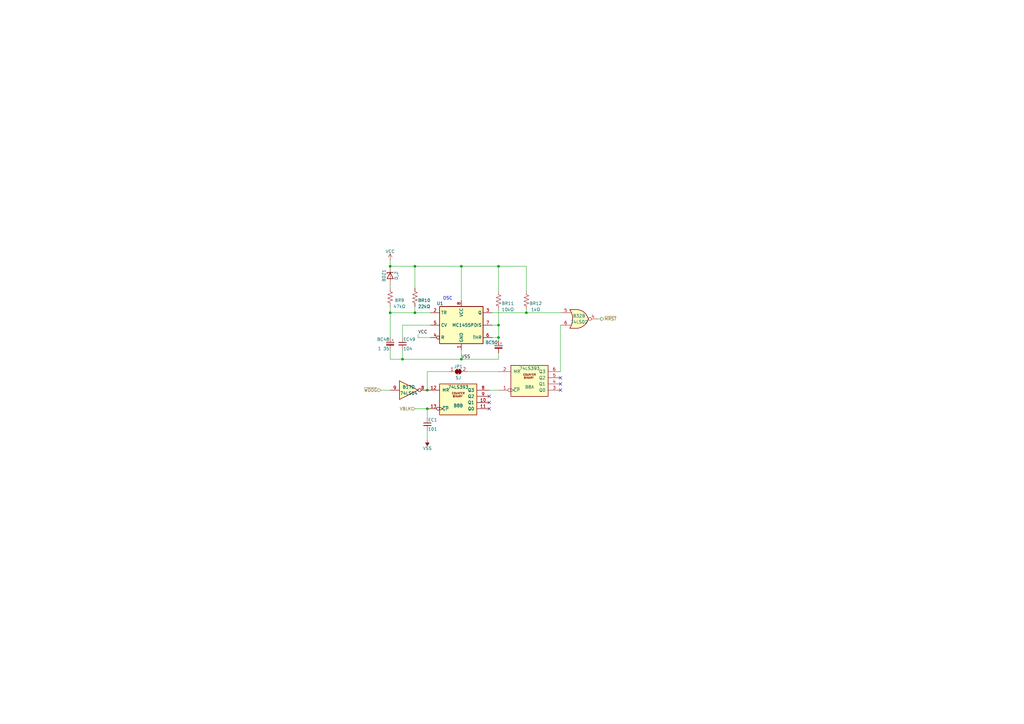
<source format=kicad_sch>
(kicad_sch (version 20231120) (generator "eeschema") (generator_version "8.0")
  (paper "A3")
  (title_block (date "2024-11-16") (company "JOTEGO") (comment 1 "www.patreon.com/jotego") (comment 2 "José Tejada"))
  (lib_symbols
    (symbol "Device:C_Polarized_Small" (pin_numbers hide) (pin_names (offset 0.254) hide)
      (property "Reference" "C" (at 0.254 1.778 0))
      (property "Value" "C_Polarized_Small" (at 0.254 -2.032 0))
      (symbol "C_Polarized_Small_0_1"
        (rectangle (start -1.524 -0.3048) (end 1.524 -0.6858) (fill (type outline)))
        (rectangle (start -1.524 0.6858) (end 1.524 0.3048))
        (polyline (pts (xy -1.27 1.524) (xy -0.762 1.524)))
        (polyline (pts (xy -1.016 1.27) (xy -1.016 1.778)))
      )
      (symbol "C_Polarized_Small_1_1"
        (pin passive line (at 0 2.54 270) (length 1.8542) (name "~") (number "1"))
        (pin passive line (at 0 -2.54 90) (length 1.8542) (name "~") (number "2"))
      )
    )
    (symbol "Device:C_Small" (pin_numbers hide) (pin_names (offset 0.254) hide)
      (property "Reference" "C" (at 0.254 1.778 0))
      (property "Value" "C_Small" (at 0.254 -2.032 0))
      (symbol "C_Small_0_1"
        (polyline (pts (xy -1.524 -0.508) (xy 1.524 -0.508)) (stroke (width 0.3302)))
        (polyline (pts (xy -1.524 0.508) (xy 1.524 0.508)) (stroke (width 0.3048)))
      )
      (symbol "C_Small_1_1"
        (pin passive line (at 0 2.54 270) (length 2.032) (name "~") (number "1"))
        (pin passive line (at 0 -2.54 90) (length 2.032) (name "~") (number "2"))
      )
    )
    (symbol "Device:D_Zener" (pin_numbers hide) (pin_names (offset 1.016) hide)
      (property "Reference" "D" (at 0 2.54 0))
      (property "Value" "D_Zener" (at 0 -2.54 0))
      (symbol "D_Zener_0_1"
        (polyline (pts (xy 1.27 0) (xy -1.27 0)))
        (polyline (pts (xy -1.27 -1.27) (xy -1.27 1.27) (xy -0.762 1.27)) (stroke (width 0.254)))
        (polyline (pts (xy 1.27 -1.27) (xy 1.27 1.27) (xy -1.27 0) (xy 1.27 -1.27)) (stroke (width 0.254)))
      )
      (symbol "D_Zener_1_1"
        (pin passive line (at -3.81 0 0) (length 2.54) (name "K") (number "1"))
        (pin passive line (at 3.81 0 180) (length 2.54) (name "A") (number "2"))
      )
    )
    (symbol "Device:R_US" (pin_numbers hide) (pin_names (offset 0))
      (property "Reference" "R" (at 2.54 0 90))
      (property "Value" "R_US" (at -2.54 0 90))
      (symbol "R_US_0_1"
        (polyline (pts (xy 0 -2.286) (xy 0 -2.54)))
        (polyline (pts (xy 0 2.286) (xy 0 2.54)))
        (polyline (pts (xy 0 -0.762) (xy 1.016 -1.143) (xy 0 -1.524) (xy -1.016 -1.905) (xy 0 -2.286)))
        (polyline (pts (xy 0 0.762) (xy 1.016 0.381) (xy 0 0) (xy -1.016 -0.381) (xy 0 -0.762)))
        (polyline (pts (xy 0 2.286) (xy 1.016 1.905) (xy 0 1.524) (xy -1.016 1.143) (xy 0 0.762)))
      )
      (symbol "R_US_1_1"
        (pin passive line (at 0 3.81 270) (length 1.27) (name "~") (number "1"))
        (pin passive line (at 0 -3.81 90) (length 1.27) (name "~") (number "2"))
      )
    )
    (symbol "Jumper:SolderJumper_2_Bridged" (pin_names (offset 0) hide)
      (property "Reference" "JP" (at 0 2.032 0))
      (property "Value" "SolderJumper_2_Bridged" (at 0 -2.54 0))
      (symbol "SolderJumper_2_Bridged_0_1"
        (rectangle (start -0.508 0.508) (end 0.508 -0.508) (fill (type outline)))
        (arc (start -0.254 1.016) (mid -1.2656 0) (end -0.254 -1.016))
        (arc (start -0.254 1.016) (mid -1.2656 0) (end -0.254 -1.016) (fill (type outline)))
        (polyline (pts (xy -0.254 1.016) (xy -0.254 -1.016)))
        (polyline (pts (xy 0.254 1.016) (xy 0.254 -1.016)))
        (arc (start 0.254 -1.016) (mid 1.2656 0) (end 0.254 1.016))
        (arc (start 0.254 -1.016) (mid 1.2656 0) (end 0.254 1.016) (fill (type outline)))
      )
      (symbol "SolderJumper_2_Bridged_1_1"
        (pin passive line (at -3.81 0 0) (length 2.54) (name "A") (number "1"))
        (pin passive line (at 3.81 0 180) (length 2.54) (name "B") (number "2"))
      )
    )
    (symbol "Timer:MC1455P"
      (property "Reference" "U" (at -10.16 8.89 0))
      (property "Value" "MC1455P" (at 2.54 8.89 0))
      (symbol "MC1455P_0_0"
        (pin power_in line (at 0 -10.16 90) (length 2.54) (name "GND") (number "1"))
        (pin power_in line (at 0 10.16 270) (length 2.54) (name "VCC") (number "8"))
      )
      (symbol "MC1455P_0_1"
        (rectangle (start -8.89 -7.62) (end 8.89 7.62) (stroke (width 0.254)) (fill (type background)))
        (rectangle (start -8.89 -7.62) (end 8.89 7.62) (stroke (width 0.254)) (fill (type background)))
      )
      (symbol "MC1455P_1_1"
        (pin input line (at -12.7 5.08 0) (length 3.81) (name "TR") (number "2"))
        (pin output line (at 12.7 5.08 180) (length 3.81) (name "Q") (number "3"))
        (pin input inverted (at -12.7 -5.08 0) (length 3.81) (name "R") (number "4"))
        (pin input line (at -12.7 0 0) (length 3.81) (name "CV") (number "5"))
        (pin input line (at 12.7 -5.08 180) (length 3.81) (name "THR") (number "6"))
        (pin input line (at 12.7 0 180) (length 3.81) (name "DIS") (number "7"))
      )
    )
    (symbol "jt74:74LS02" (pin_names (offset 1.016))
      (property "Reference" "U" (at 0 1.27 0))
      (property "Value" "74LS02" (at 0 -1.27 0))
      (symbol "74LS02_1_1"
        (arc (start -3.81 -3.81) (mid -2.589 0) (end -3.81 3.81) (stroke (width 0.254)))
        (arc (start -0.6096 -3.81) (mid 2.1842 -2.5851) (end 3.81 0) (stroke (width 0.254)) (fill (type background)))
        (polyline (pts (xy -3.81 -3.81) (xy -0.635 -3.81)) (stroke (width 0.254)) (fill (type background)))
        (polyline (pts (xy -3.81 3.81) (xy -0.635 3.81)) (stroke (width 0.254)) (fill (type background)))
        (polyline (pts (xy -0.635 3.81) (xy -3.81 3.81) (xy -3.81 3.81) (xy -3.556 3.4036) (xy -3.0226 2.2606) (xy -2.6924 1.0414) (xy -2.6162 -0.254) (xy -2.7686 -1.4986) (xy -3.175 -2.7178) (xy -3.81 -3.81) (xy -3.81 -3.81) (xy -0.635 -3.81)) (stroke (width -25.4)) (fill (type background)))
        (arc (start 3.81 0) (mid 2.1915 2.5936) (end -0.6096 3.81) (stroke (width 0.254)) (fill (type background)))
        (pin output inverted (at 7.62 0 180) (length 3.81) (name "~") (number "1"))
        (pin input line (at -7.62 2.54 0) (length 4.318) (name "~") (number "2"))
        (pin input line (at -7.62 -2.54 0) (length 4.318) (name "~") (number "3"))
      )
      (symbol "74LS02_1_2"
        (arc (start 0 -3.81) (mid 3.7934 0) (end 0 3.81) (stroke (width 0.254)) (fill (type background)))
        (polyline (pts (xy 0 3.81) (xy -3.81 3.81) (xy -3.81 -3.81) (xy 0 -3.81)) (stroke (width 0.254)) (fill (type background)))
        (pin output line (at 7.62 0 180) (length 3.81) (name "~") (number "1"))
        (pin input inverted (at -7.62 2.54 0) (length 3.81) (name "~") (number "2"))
        (pin input inverted (at -7.62 -2.54 0) (length 3.81) (name "~") (number "3"))
      )
      (symbol "74LS02_2_1"
        (arc (start -3.81 -3.81) (mid -2.589 0) (end -3.81 3.81) (stroke (width 0.254)))
        (arc (start -0.6096 -3.81) (mid 2.1842 -2.5851) (end 3.81 0) (stroke (width 0.254)) (fill (type background)))
        (polyline (pts (xy -3.81 -3.81) (xy -0.635 -3.81)) (stroke (width 0.254)) (fill (type background)))
        (polyline (pts (xy -3.81 3.81) (xy -0.635 3.81)) (stroke (width 0.254)) (fill (type background)))
        (polyline (pts (xy -0.635 3.81) (xy -3.81 3.81) (xy -3.81 3.81) (xy -3.556 3.4036) (xy -3.0226 2.2606) (xy -2.6924 1.0414) (xy -2.6162 -0.254) (xy -2.7686 -1.4986) (xy -3.175 -2.7178) (xy -3.81 -3.81) (xy -3.81 -3.81) (xy -0.635 -3.81)) (stroke (width -25.4)) (fill (type background)))
        (arc (start 3.81 0) (mid 2.1915 2.5936) (end -0.6096 3.81) (stroke (width 0.254)) (fill (type background)))
        (pin output inverted (at 7.62 0 180) (length 3.81) (name "~") (number "4"))
        (pin input line (at -7.62 2.54 0) (length 4.318) (name "~") (number "5"))
        (pin input line (at -7.62 -2.54 0) (length 4.318) (name "~") (number "6"))
      )
      (symbol "74LS02_2_2"
        (arc (start 0 -3.81) (mid 3.7934 0) (end 0 3.81) (stroke (width 0.254)) (fill (type background)))
        (polyline (pts (xy 0 3.81) (xy -3.81 3.81) (xy -3.81 -3.81) (xy 0 -3.81)) (stroke (width 0.254)) (fill (type background)))
        (pin output line (at 7.62 0 180) (length 3.81) (name "~") (number "4"))
        (pin input inverted (at -7.62 2.54 0) (length 3.81) (name "~") (number "5"))
        (pin input inverted (at -7.62 -2.54 0) (length 3.81) (name "~") (number "6"))
      )
      (symbol "74LS02_3_1"
        (arc (start -3.81 -3.81) (mid -2.589 0) (end -3.81 3.81) (stroke (width 0.254)))
        (arc (start -0.6096 -3.81) (mid 2.1842 -2.5851) (end 3.81 0) (stroke (width 0.254)) (fill (type background)))
        (polyline (pts (xy -3.81 -3.81) (xy -0.635 -3.81)) (stroke (width 0.254)) (fill (type background)))
        (polyline (pts (xy -3.81 3.81) (xy -0.635 3.81)) (stroke (width 0.254)) (fill (type background)))
        (polyline (pts (xy -0.635 3.81) (xy -3.81 3.81) (xy -3.81 3.81) (xy -3.556 3.4036) (xy -3.0226 2.2606) (xy -2.6924 1.0414) (xy -2.6162 -0.254) (xy -2.7686 -1.4986) (xy -3.175 -2.7178) (xy -3.81 -3.81) (xy -3.81 -3.81) (xy -0.635 -3.81)) (stroke (width -25.4)) (fill (type background)))
        (arc (start 3.81 0) (mid 2.1915 2.5936) (end -0.6096 3.81) (stroke (width 0.254)) (fill (type background)))
        (pin output inverted (at 7.62 0 180) (length 3.81) (name "~") (number "10"))
        (pin input line (at -7.62 2.54 0) (length 4.318) (name "~") (number "8"))
        (pin input line (at -7.62 -2.54 0) (length 4.318) (name "~") (number "9"))
      )
      (symbol "74LS02_3_2"
        (arc (start 0 -3.81) (mid 3.7934 0) (end 0 3.81) (stroke (width 0.254)) (fill (type background)))
        (polyline (pts (xy 0 3.81) (xy -3.81 3.81) (xy -3.81 -3.81) (xy 0 -3.81)) (stroke (width 0.254)) (fill (type background)))
        (pin output line (at 7.62 0 180) (length 3.81) (name "~") (number "10"))
        (pin input inverted (at -7.62 2.54 0) (length 3.81) (name "~") (number "8"))
        (pin input inverted (at -7.62 -2.54 0) (length 3.81) (name "~") (number "9"))
      )
      (symbol "74LS02_4_1"
        (arc (start -3.81 -3.81) (mid -2.589 0) (end -3.81 3.81) (stroke (width 0.254)))
        (arc (start -0.6096 -3.81) (mid 2.1842 -2.5851) (end 3.81 0) (stroke (width 0.254)) (fill (type background)))
        (polyline (pts (xy -3.81 -3.81) (xy -0.635 -3.81)) (stroke (width 0.254)) (fill (type background)))
        (polyline (pts (xy -3.81 3.81) (xy -0.635 3.81)) (stroke (width 0.254)) (fill (type background)))
        (polyline (pts (xy -0.635 3.81) (xy -3.81 3.81) (xy -3.81 3.81) (xy -3.556 3.4036) (xy -3.0226 2.2606) (xy -2.6924 1.0414) (xy -2.6162 -0.254) (xy -2.7686 -1.4986) (xy -3.175 -2.7178) (xy -3.81 -3.81) (xy -3.81 -3.81) (xy -0.635 -3.81)) (stroke (width -25.4)) (fill (type background)))
        (arc (start 3.81 0) (mid 2.1915 2.5936) (end -0.6096 3.81) (stroke (width 0.254)) (fill (type background)))
        (pin input line (at -7.62 2.54 0) (length 4.318) (name "~") (number "11"))
        (pin input line (at -7.62 -2.54 0) (length 4.318) (name "~") (number "12"))
        (pin output inverted (at 7.62 0 180) (length 3.81) (name "~") (number "13"))
      )
      (symbol "74LS02_4_2"
        (arc (start 0 -3.81) (mid 3.7934 0) (end 0 3.81) (stroke (width 0.254)) (fill (type background)))
        (polyline (pts (xy 0 3.81) (xy -3.81 3.81) (xy -3.81 -3.81) (xy 0 -3.81)) (stroke (width 0.254)) (fill (type background)))
        (pin input inverted (at -7.62 2.54 0) (length 3.81) (name "~") (number "11"))
        (pin input inverted (at -7.62 -2.54 0) (length 3.81) (name "~") (number "12"))
        (pin output line (at 7.62 0 180) (length 3.81) (name "~") (number "13"))
      )
      (symbol "74LS02_5_0"
        (pin power_in line (at 0 7.62 270) (length 5.08) hide (name "VCC") (number "14"))
        (pin power_in line (at 0 -7.62 90) (length 5.08) hide (name "VSS") (number "7"))
      )
      (symbol "74LS02_5_1"
        (rectangle (start -5.08 7.62) (end 5.08 -7.62) (stroke (width 0.254)) (fill (type background)))
        (text "+" (at 0 6.35 0) (effects (font (size 1.27 1.27))))
      )
    )
    (symbol "jt74:74LS04" (pin_names (offset 1.016))
      (property "Reference" "U" (at -0.635 0 0))
      (property "Value" "74LS04" (at 0 -5.08 0))
      (symbol "74LS04_1_0"
        (polyline (pts (xy -3.81 3.81) (xy -3.81 -3.81) (xy 3.81 0) (xy -3.81 3.81)) (stroke (width 0.254)) (fill (type background)))
        (pin input line (at -7.62 0 0) (length 3.81) (name "~") (number "1"))
        (pin output inverted (at 7.62 0 180) (length 3.81) (name "~") (number "2"))
      )
      (symbol "74LS04_2_0"
        (polyline (pts (xy -3.81 3.81) (xy -3.81 -3.81) (xy 3.81 0) (xy -3.81 3.81)) (stroke (width 0.254)) (fill (type background)))
        (pin input line (at -7.62 0 0) (length 3.81) (name "~") (number "3"))
        (pin output inverted (at 7.62 0 180) (length 3.81) (name "~") (number "4"))
      )
      (symbol "74LS04_3_0"
        (polyline (pts (xy -3.81 3.81) (xy -3.81 -3.81) (xy 3.81 0) (xy -3.81 3.81)) (stroke (width 0.254)) (fill (type background)))
        (pin input line (at -7.62 0 0) (length 3.81) (name "~") (number "5"))
        (pin output inverted (at 7.62 0 180) (length 3.81) (name "~") (number "6"))
      )
      (symbol "74LS04_4_0"
        (polyline (pts (xy -3.81 3.81) (xy -3.81 -3.81) (xy 3.81 0) (xy -3.81 3.81)) (stroke (width 0.254)) (fill (type background)))
        (pin output inverted (at 7.62 0 180) (length 3.81) (name "~") (number "8"))
        (pin input line (at -7.62 0 0) (length 3.81) (name "~") (number "9"))
      )
      (symbol "74LS04_5_0"
        (polyline (pts (xy -3.81 3.81) (xy -3.81 -3.81) (xy 3.81 0) (xy -3.81 3.81)) (stroke (width 0.254)) (fill (type background)))
        (pin output inverted (at 7.62 0 180) (length 3.81) (name "~") (number "10"))
        (pin input line (at -7.62 0 0) (length 3.81) (name "~") (number "11"))
      )
      (symbol "74LS04_6_0"
        (polyline (pts (xy -3.81 3.81) (xy -3.81 -3.81) (xy 3.81 0) (xy -3.81 3.81)) (stroke (width 0.254)) (fill (type background)))
        (pin output inverted (at 7.62 0 180) (length 3.81) (name "~") (number "12"))
        (pin input line (at -7.62 0 0) (length 3.81) (name "~") (number "13"))
      )
      (symbol "74LS04_7_0"
        (pin power_in line (at 0 7.62 270) (length 5.08) hide (name "VCC") (number "14"))
        (pin power_in line (at 0 -7.62 90) (length 5.08) hide (name "VSS") (number "7"))
      )
      (symbol "74LS04_7_1"
        (rectangle (start -5.08 7.62) (end 5.08 -7.62) (stroke (width 0.254)) (fill (type background)))
        (text "+" (at 0 6.35 0) (effects (font (size 1.27 1.27))))
      )
    )
    (symbol "jt74:74LS393" (pin_names (offset 1.016))
      (property "Reference" "U" (at 0 1.27 0))
      (property "Value" "74LS393" (at 0 -1.27 0))
      (symbol "74LS393_0_0"
        (text "BINARY " (at 0 -2.54 0) (effects (font (size 0.762 0.762))))
        (text "COUNTER" (at 0 -3.81 0) (effects (font (size 0.762 0.762))))
      )
      (symbol "74LS393_1_0"
        (pin input inverted_clock (at -12.7 2.54 0) (length 5.08) (name "~{CP}") (number "1"))
        (pin input line (at -12.7 -5.08 0) (length 5.08) (name "MR") (number "2"))
        (pin output line (at 12.7 2.54 180) (length 5.08) (name "Q0") (number "3"))
        (pin output line (at 12.7 0 180) (length 5.08) (name "Q1") (number "4"))
        (pin output line (at 12.7 -2.54 180) (length 5.08) (name "Q2") (number "5"))
        (pin output line (at 12.7 -5.08 180) (length 5.08) (name "Q3") (number "6"))
      )
      (symbol "74LS393_1_1"
        (rectangle (start -7.62 5.08) (end 7.62 -7.62) (stroke (width 0.254)) (fill (type background)))
      )
      (symbol "74LS393_2_0"
        (pin output line (at 12.7 0 180) (length 5.08) (name "Q1") (number "10"))
        (pin output line (at 12.7 2.54 180) (length 5.08) (name "Q0") (number "11"))
        (pin input line (at -12.7 -5.08 0) (length 5.08) (name "MR") (number "12"))
        (pin input inverted_clock (at -12.7 2.54 0) (length 5.08) (name "~{CP}") (number "13"))
        (pin output line (at 12.7 -5.08 180) (length 5.08) (name "Q3") (number "8"))
        (pin output line (at 12.7 -2.54 180) (length 5.08) (name "Q2") (number "9"))
      )
      (symbol "74LS393_2_1"
        (rectangle (start -7.62 5.08) (end 7.62 -7.62) (stroke (width 0.254)) (fill (type background)))
      )
      (symbol "74LS393_3_0"
        (pin power_in line (at 0 7.62 270) (length 5.08) hide (name "VCC") (number "14"))
        (pin power_in line (at 0 -7.62 90) (length 5.08) hide (name "VSS") (number "7"))
      )
      (symbol "74LS393_3_1"
        (rectangle (start -5.08 7.62) (end 5.08 -7.62) (stroke (width 0.254)) (fill (type background)))
        (text "+" (at 0 6.35 0) (effects (font (size 1.27 1.27))))
      )
    )
    (symbol "power:VCC" (power) (pin_numbers hide) (pin_names (offset 0) hide)
      (property "Value" "VCC" (at 0 3.556 0))
      (symbol "VCC_0_1"
        (polyline (pts (xy -0.762 1.27) (xy 0 2.54)))
        (polyline (pts (xy 0 0) (xy 0 2.54)))
        (polyline (pts (xy 0 2.54) (xy 0.762 1.27)))
      )
      (symbol "VCC_1_1"
        (pin power_in line (at 0 0 90) (length 0) (name "~") (number "1"))
      )
    )
    (symbol "power:VSS" (power) (pin_numbers hide) (pin_names (offset 0) hide)
      (property "Value" "VSS" (at 0 3.556 0))
      (symbol "VSS_0_1"
        (polyline (pts (xy 0 0) (xy 0 2.54)))
        (polyline (pts (xy 0.762 1.27) (xy -0.762 1.27) (xy 0 2.54) (xy 0.762 1.27)) (fill (type outline)))
      )
      (symbol "VSS_1_1"
        (pin power_in line (at 0 0 90) (length 0) (name "~") (number "1"))
      )
    )
  )
  (junction (at 189.23 109.22))
  (junction (at 189.23 147.32))
  (junction (at 204.47 133.35))
  (junction (at 175.26 160.02))
  (junction (at 165.1 147.32))
  (junction (at 204.47 138.43))
  (junction (at 170.18 109.22))
  (junction (at 204.47 109.22))
  (junction (at 160.02 128.27))
  (junction (at 160.02 109.22))
  (junction (at 175.26 167.64))
  (junction (at 215.9 128.27))
  (junction (at 170.18 128.27))
  (no_connect (at 229.87 157.48))
  (no_connect (at 229.87 154.94))
  (no_connect (at 200.66 162.56))
  (no_connect (at 200.66 167.64))
  (no_connect (at 200.66 165.1))
  (no_connect (at 229.87 160.02))
  (wire (pts (xy 160.02 128.27) (xy 170.18 128.27)))
  (wire (pts (xy 171.45 138.43) (xy 176.53 138.43)))
  (wire (pts (xy 165.1 133.35) (xy 176.53 133.35)))
  (wire (pts (xy 204.47 144.78) (xy 204.47 147.32)))
  (wire (pts (xy 170.18 125.73) (xy 170.18 128.27)))
  (wire (pts (xy 189.23 109.22) (xy 204.47 109.22)))
  (wire (pts (xy 204.47 109.22) (xy 204.47 119.38)))
  (wire (pts (xy 160.02 147.32) (xy 165.1 147.32)))
  (wire (pts (xy 215.9 128.27) (xy 229.87 128.27)))
  (wire (pts (xy 201.93 138.43) (xy 204.47 138.43)))
  (wire (pts (xy 201.93 128.27) (xy 215.9 128.27)))
  (wire (pts (xy 201.93 133.35) (xy 204.47 133.35)))
  (wire (pts (xy 200.66 160.02) (xy 204.47 160.02)))
  (wire (pts (xy 175.26 152.4) (xy 184.15 152.4)))
  (wire (pts (xy 204.47 109.22) (xy 215.9 109.22)))
  (wire (pts (xy 215.9 109.22) (xy 215.9 119.38)))
  (wire (pts (xy 170.18 109.22) (xy 189.23 109.22)))
  (wire (pts (xy 170.18 109.22) (xy 170.18 118.11)))
  (wire (pts (xy 165.1 143.51) (xy 165.1 147.32)))
  (wire (pts (xy 160.02 116.84) (xy 160.02 118.11)))
  (wire (pts (xy 175.26 152.4) (xy 175.26 160.02)))
  (wire (pts (xy 191.77 152.4) (xy 204.47 152.4)))
  (wire (pts (xy 175.26 176.53) (xy 175.26 180.34)))
  (wire (pts (xy 204.47 147.32) (xy 189.23 147.32)))
  (wire (pts (xy 176.53 128.27) (xy 170.18 128.27)))
  (wire (pts (xy 175.26 167.64) (xy 175.26 171.45)))
  (wire (pts (xy 160.02 128.27) (xy 160.02 138.43)))
  (wire (pts (xy 189.23 147.32) (xy 189.23 143.51)))
  (wire (pts (xy 204.47 133.35) (xy 204.47 138.43)))
  (wire (pts (xy 160.02 143.51) (xy 160.02 147.32)))
  (wire (pts (xy 245.11 130.81) (xy 246.38 130.81)))
  (wire (pts (xy 170.18 109.22) (xy 160.02 109.22)))
  (wire (pts (xy 170.18 167.64) (xy 175.26 167.64)))
  (wire (pts (xy 189.23 109.22) (xy 189.23 123.19)))
  (wire (pts (xy 204.47 127) (xy 204.47 133.35)))
  (wire (pts (xy 165.1 147.32) (xy 189.23 147.32)))
  (wire (pts (xy 165.1 133.35) (xy 165.1 138.43)))
  (wire (pts (xy 171.45 137.16) (xy 171.45 138.43)))
  (wire (pts (xy 156.21 160.02) (xy 160.02 160.02)))
  (wire (pts (xy 160.02 125.73) (xy 160.02 128.27)))
  (wire (pts (xy 160.02 106.68) (xy 160.02 109.22)))
  (wire (pts (xy 204.47 138.43) (xy 204.47 139.7)))
  (wire (pts (xy 215.9 127) (xy 215.9 128.27)))
  (wire (pts (xy 229.87 152.4) (xy 229.87 133.35)))
  (text "OSC" (at 181.61 123.19 0) (effects (font (size 1.27 1.27)) (justify left bottom)))
  (label "VCC" (at 171.45 137.16 0))
  (label "VSS" (at 189.23 147.32 0))
  (hierarchical_label "~{WDOG}" (shape input) (at 156.21 160.02 180))
  (hierarchical_label "VBLK" (shape input) (at 170.18 167.64 180))
  (hierarchical_label "~{MRST}" (shape output) (at 246.38 130.81 0))
  (symbol (lib_id "jt74:74LS393") (at 217.17 157.48 0) (mirror x) (unit 1)
    (property "Reference" "B8" (at 217.17 158.75 0))
    (property "Value" "74LS393" (at 217.17 151.13 0))
    (property "Datasheet" "https://html.alldatasheet.com/html-pdf/5724/MOTOROLA/74LS393/258/1/74LS393.html" (effects (hide yes)))
    (property "Description" "Dual BCD 4-bit counter" (effects (hide yes)))
  )
  (symbol (lib_id "Timer:MC1455P") (at 189.23 133.35 0) (unit 1)
    (property "Reference" "U1" (at 179.07 124.46 0) (effects (justify left)))
    (property "Value" "MC1455P" (at 185.42 133.35 0) (effects (justify left)))
    (property "Footprint" "Package_DIP:DIP-8_W7.62mm" (effects (hide yes)))
    (property "Datasheet" "https://www.onsemi.com/pub/Collateral/MC1455-D.PDF" (effects (hide yes)))
  )
  (symbol (lib_id "Device:C_Polarized_Small") (at 204.47 142.24 0) (mirror y) (unit 1)
    (property "Reference" "BC50" (at 204.216 140.462 0) (effects (justify left)))
    (property "Value" "10 35" (effects (hide yes)))
  )
  (symbol (lib_id "power:VCC") (at 160.02 106.68 0) (unit 1)
    (property "Reference" "#PWR028" (effects (hide yes)))
    (property "Value" "VCC" (at 160.02 103.124 0))
    (property "Description" "Power symbol creates a global label with name \"VCC\"" (effects (hide yes)))
  )
  (symbol (lib_id "power:VSS") (at 175.26 180.34 0) (mirror x) (unit 1)
    (property "Reference" "#PWR029" (effects (hide yes)))
    (property "Value" "VSS" (at 175.26 183.896 0))
    (property "Description" "Power symbol creates a global label with name \"VSS\"" (effects (hide yes)))
  )
  (symbol (lib_id "Device:R_US") (at 204.47 123.19 0) (unit 1)
    (property "Reference" "BR11" (at 208.28 124.46 0))
    (property "Value" "10kΩ" (at 208.28 127 0))
  )
  (symbol (lib_id "jt74:74LS393") (at 187.96 165.1 0) (mirror x) (unit 2)
    (property "Reference" "B8" (at 187.96 166.37 0))
    (property "Value" "74LS393" (at 187.96 158.75 0))
    (property "Datasheet" "https://html.alldatasheet.com/html-pdf/5724/MOTOROLA/74LS393/258/1/74LS393.html" (effects (hide yes)))
    (property "Description" "Dual BCD 4-bit counter" (effects (hide yes)))
  )
  (symbol (lib_id "jt74:74LS04") (at 167.64 160.02 0) (unit 4)
    (property "Reference" "B17" (at 167.64 158.75 0))
    (property "Value" "74LS04" (at 167.64 161.29 0))
    (property "Datasheet" "http://www.ti.com/lit/gpn/sn74LS04" (effects (hide yes)))
    (property "Description" "Hex Inverter" (effects (hide yes)))
  )
  (symbol (lib_id "Device:C_Small") (at 175.26 173.99 0) (unit 1)
    (property "Reference" "EC1" (at 175.514 172.212 0) (effects (justify left)))
    (property "Value" "101" (at 175.514 176.022 0) (effects (justify left)))
  )
  (symbol (lib_id "jt74:74LS02") (at 237.49 130.81 0) (unit 2)
    (property "Reference" "B32" (at 237.49 129.54 0))
    (property "Value" "74LS02" (at 237.49 132.08 0))
    (property "Datasheet" "http://www.ti.com/lit/gpn/sn74ls02" (effects (hide yes)))
    (property "Description" "quad 2-input NOR gate" (effects (hide yes)))
  )
  (symbol (lib_id "Device:R_US") (at 215.9 123.19 0) (unit 1)
    (property "Reference" "BR12" (at 219.71 124.46 0))
    (property "Value" "1kΩ" (at 219.71 127 0))
  )
  (symbol (lib_id "Device:R_US") (at 160.02 121.92 0) (unit 1)
    (property "Reference" "BR9" (at 163.83 123.19 0))
    (property "Value" "47kΩ" (at 163.83 125.73 0))
  )
  (symbol (lib_id "Device:C_Small") (at 165.1 140.97 0) (unit 1)
    (property "Reference" "EC49" (at 165.354 139.192 0) (effects (justify left)))
    (property "Value" "104" (at 165.354 143.002 0) (effects (justify left)))
  )
  (symbol (lib_id "Device:D_Zener") (at 160.02 113.03 90) (mirror x) (unit 1)
    (property "Reference" "BDZ1" (at 157.48 113.03 0))
    (property "Value" "D_Z" (at 162.56 113.03 0))
  )
  (symbol (lib_id "Device:R_US") (at 170.18 121.92 0) (unit 1)
    (property "Reference" "BR10" (at 173.99 123.19 0))
    (property "Value" "22kΩ" (at 173.99 125.73 0))
  )
  (symbol (lib_id "Jumper:SolderJumper_2_Bridged") (at 187.96 152.4 0) (unit 1)
    (property "Reference" "JP1" (at 187.96 150.368 0))
    (property "Value" "SJ" (at 187.96 154.94 0))
  )
  (symbol (lib_id "Device:C_Polarized_Small") (at 160.02 140.97 0) (mirror y) (unit 1)
    (property "Reference" "BC48" (at 159.766 139.192 0) (effects (justify left)))
    (property "Value" "1 35" (at 159.766 143.002 0) (effects (justify left)))
  )
)
</source>
